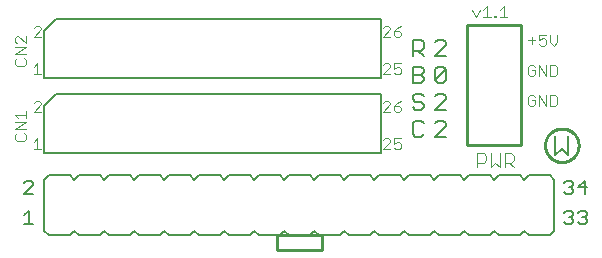
<source format=gto>
G75*
%MOIN*%
%OFA0B0*%
%FSLAX25Y25*%
%IPPOS*%
%LPD*%
%AMOC8*
5,1,8,0,0,1.08239X$1,22.5*
%
%ADD10C,0.00300*%
%ADD11C,0.00400*%
%ADD12C,0.01000*%
%ADD13C,0.00500*%
%ADD14C,0.00600*%
%ADD15C,0.00800*%
D10*
X0010467Y0035150D02*
X0012936Y0035150D01*
X0011701Y0035150D02*
X0011701Y0038853D01*
X0010467Y0037619D01*
X0007850Y0038718D02*
X0007850Y0039952D01*
X0007233Y0040569D01*
X0007850Y0041784D02*
X0004147Y0041784D01*
X0007850Y0044252D01*
X0004147Y0044252D01*
X0005381Y0045467D02*
X0004147Y0046701D01*
X0007850Y0046701D01*
X0007850Y0045467D02*
X0007850Y0047936D01*
X0010467Y0047650D02*
X0012936Y0050119D01*
X0012936Y0050736D01*
X0012318Y0051353D01*
X0011084Y0051353D01*
X0010467Y0050736D01*
X0010467Y0047650D02*
X0012936Y0047650D01*
X0004764Y0040569D02*
X0004147Y0039952D01*
X0004147Y0038718D01*
X0004764Y0038101D01*
X0007233Y0038101D01*
X0007850Y0038718D01*
X0010467Y0060150D02*
X0012936Y0060150D01*
X0011701Y0060150D02*
X0011701Y0063853D01*
X0010467Y0062619D01*
X0007850Y0063718D02*
X0007850Y0064952D01*
X0007233Y0065569D01*
X0004764Y0065569D02*
X0004147Y0064952D01*
X0004147Y0063718D01*
X0004764Y0063101D01*
X0007233Y0063101D01*
X0007850Y0063718D01*
X0007850Y0066784D02*
X0004147Y0066784D01*
X0007850Y0069252D01*
X0004147Y0069252D01*
X0004764Y0070467D02*
X0004147Y0071084D01*
X0004147Y0072318D01*
X0004764Y0072936D01*
X0005381Y0072936D01*
X0007850Y0070467D01*
X0007850Y0072936D01*
X0010467Y0072650D02*
X0012936Y0075119D01*
X0012936Y0075736D01*
X0012318Y0076353D01*
X0011084Y0076353D01*
X0010467Y0075736D01*
X0010467Y0072650D02*
X0012936Y0072650D01*
X0126784Y0072650D02*
X0129252Y0075119D01*
X0129252Y0075736D01*
X0128635Y0076353D01*
X0127401Y0076353D01*
X0126784Y0075736D01*
X0130467Y0074502D02*
X0132318Y0074502D01*
X0132936Y0073884D01*
X0132936Y0073267D01*
X0132318Y0072650D01*
X0131084Y0072650D01*
X0130467Y0073267D01*
X0130467Y0074502D01*
X0131701Y0075736D01*
X0132936Y0076353D01*
X0129252Y0072650D02*
X0126784Y0072650D01*
X0127401Y0063853D02*
X0126784Y0063236D01*
X0127401Y0063853D02*
X0128635Y0063853D01*
X0129252Y0063236D01*
X0129252Y0062619D01*
X0126784Y0060150D01*
X0129252Y0060150D01*
X0130467Y0060767D02*
X0131084Y0060150D01*
X0132318Y0060150D01*
X0132936Y0060767D01*
X0132936Y0062002D01*
X0132318Y0062619D01*
X0131701Y0062619D01*
X0130467Y0062002D01*
X0130467Y0063853D01*
X0132936Y0063853D01*
X0132936Y0051353D02*
X0131701Y0050736D01*
X0130467Y0049502D01*
X0132318Y0049502D01*
X0132936Y0048884D01*
X0132936Y0048267D01*
X0132318Y0047650D01*
X0131084Y0047650D01*
X0130467Y0048267D01*
X0130467Y0049502D01*
X0129252Y0050119D02*
X0129252Y0050736D01*
X0128635Y0051353D01*
X0127401Y0051353D01*
X0126784Y0050736D01*
X0129252Y0050119D02*
X0126784Y0047650D01*
X0129252Y0047650D01*
X0128635Y0038853D02*
X0127401Y0038853D01*
X0126784Y0038236D01*
X0128635Y0038853D02*
X0129252Y0038236D01*
X0129252Y0037619D01*
X0126784Y0035150D01*
X0129252Y0035150D01*
X0130467Y0035767D02*
X0131084Y0035150D01*
X0132318Y0035150D01*
X0132936Y0035767D01*
X0132936Y0037002D01*
X0132318Y0037619D01*
X0131701Y0037619D01*
X0130467Y0037002D01*
X0130467Y0038853D01*
X0132936Y0038853D01*
X0175150Y0050267D02*
X0175767Y0049650D01*
X0177002Y0049650D01*
X0177619Y0050267D01*
X0177619Y0051502D01*
X0176384Y0051502D01*
X0175150Y0052736D02*
X0175150Y0050267D01*
X0178833Y0049650D02*
X0178833Y0053353D01*
X0181302Y0049650D01*
X0181302Y0053353D01*
X0182516Y0053353D02*
X0184368Y0053353D01*
X0184985Y0052736D01*
X0184985Y0050267D01*
X0184368Y0049650D01*
X0182516Y0049650D01*
X0182516Y0053353D01*
X0177619Y0052736D02*
X0177002Y0053353D01*
X0175767Y0053353D01*
X0175150Y0052736D01*
X0175767Y0059650D02*
X0177002Y0059650D01*
X0177619Y0060267D01*
X0177619Y0061502D01*
X0176384Y0061502D01*
X0175150Y0062736D02*
X0175150Y0060267D01*
X0175767Y0059650D01*
X0178833Y0059650D02*
X0178833Y0063353D01*
X0181302Y0059650D01*
X0181302Y0063353D01*
X0182516Y0063353D02*
X0184368Y0063353D01*
X0184985Y0062736D01*
X0184985Y0060267D01*
X0184368Y0059650D01*
X0182516Y0059650D01*
X0182516Y0063353D01*
X0177619Y0062736D02*
X0177002Y0063353D01*
X0175767Y0063353D01*
X0175150Y0062736D01*
X0179450Y0069650D02*
X0178833Y0070267D01*
X0179450Y0069650D02*
X0180685Y0069650D01*
X0181302Y0070267D01*
X0181302Y0071502D01*
X0180685Y0072119D01*
X0180068Y0072119D01*
X0178833Y0071502D01*
X0178833Y0073353D01*
X0181302Y0073353D01*
X0182516Y0073353D02*
X0182516Y0070884D01*
X0183751Y0069650D01*
X0184985Y0070884D01*
X0184985Y0073353D01*
X0177619Y0071502D02*
X0175150Y0071502D01*
X0176384Y0072736D02*
X0176384Y0070267D01*
X0168327Y0079150D02*
X0165858Y0079150D01*
X0164633Y0079150D02*
X0164016Y0079150D01*
X0164016Y0079767D01*
X0164633Y0079767D01*
X0164633Y0079150D01*
X0162802Y0079150D02*
X0160333Y0079150D01*
X0161568Y0079150D02*
X0161568Y0082853D01*
X0160333Y0081619D01*
X0159119Y0081619D02*
X0157884Y0079150D01*
X0156650Y0081619D01*
X0165858Y0081619D02*
X0167092Y0082853D01*
X0167092Y0079150D01*
D11*
X0167408Y0033804D02*
X0169710Y0033804D01*
X0170477Y0033037D01*
X0170477Y0031502D01*
X0169710Y0030735D01*
X0167408Y0030735D01*
X0168942Y0030735D02*
X0170477Y0029200D01*
X0167408Y0029200D02*
X0167408Y0033804D01*
X0165873Y0033804D02*
X0165873Y0029200D01*
X0164339Y0030735D01*
X0162804Y0029200D01*
X0162804Y0033804D01*
X0161269Y0033037D02*
X0161269Y0031502D01*
X0160502Y0030735D01*
X0158200Y0030735D01*
X0158200Y0029200D02*
X0158200Y0033804D01*
X0160502Y0033804D01*
X0161269Y0033037D01*
D12*
X0155000Y0036500D02*
X0155000Y0076500D01*
X0173000Y0076500D01*
X0173000Y0036500D01*
X0155000Y0036500D01*
X0180910Y0036500D02*
X0180912Y0036649D01*
X0180918Y0036799D01*
X0180928Y0036948D01*
X0180942Y0037097D01*
X0180960Y0037245D01*
X0180982Y0037393D01*
X0181008Y0037540D01*
X0181037Y0037687D01*
X0181071Y0037832D01*
X0181109Y0037977D01*
X0181150Y0038120D01*
X0181195Y0038263D01*
X0181244Y0038404D01*
X0181297Y0038544D01*
X0181354Y0038682D01*
X0181414Y0038819D01*
X0181478Y0038954D01*
X0181545Y0039088D01*
X0181616Y0039219D01*
X0181690Y0039349D01*
X0181768Y0039476D01*
X0181849Y0039602D01*
X0181934Y0039725D01*
X0182022Y0039846D01*
X0182113Y0039964D01*
X0182207Y0040080D01*
X0182304Y0040194D01*
X0182405Y0040305D01*
X0182508Y0040413D01*
X0182614Y0040518D01*
X0182723Y0040621D01*
X0182834Y0040720D01*
X0182948Y0040817D01*
X0183065Y0040910D01*
X0183184Y0041000D01*
X0183306Y0041087D01*
X0183429Y0041171D01*
X0183555Y0041252D01*
X0183683Y0041329D01*
X0183814Y0041402D01*
X0183946Y0041472D01*
X0184079Y0041539D01*
X0184215Y0041602D01*
X0184352Y0041661D01*
X0184491Y0041716D01*
X0184631Y0041768D01*
X0184773Y0041816D01*
X0184915Y0041861D01*
X0185059Y0041901D01*
X0185204Y0041938D01*
X0185350Y0041970D01*
X0185497Y0041999D01*
X0185644Y0042024D01*
X0185792Y0042045D01*
X0185940Y0042062D01*
X0186089Y0042075D01*
X0186239Y0042084D01*
X0186388Y0042089D01*
X0186537Y0042090D01*
X0186687Y0042087D01*
X0186836Y0042080D01*
X0186985Y0042069D01*
X0187134Y0042054D01*
X0187282Y0042035D01*
X0187430Y0042012D01*
X0187577Y0041985D01*
X0187723Y0041955D01*
X0187868Y0041920D01*
X0188013Y0041881D01*
X0188156Y0041839D01*
X0188298Y0041793D01*
X0188439Y0041743D01*
X0188579Y0041689D01*
X0188717Y0041632D01*
X0188853Y0041571D01*
X0188988Y0041506D01*
X0189121Y0041438D01*
X0189252Y0041366D01*
X0189381Y0041290D01*
X0189508Y0041212D01*
X0189633Y0041130D01*
X0189755Y0041044D01*
X0189876Y0040956D01*
X0189994Y0040864D01*
X0190109Y0040769D01*
X0190222Y0040671D01*
X0190332Y0040570D01*
X0190439Y0040466D01*
X0190544Y0040359D01*
X0190646Y0040250D01*
X0190745Y0040138D01*
X0190840Y0040023D01*
X0190933Y0039905D01*
X0191022Y0039786D01*
X0191109Y0039664D01*
X0191192Y0039539D01*
X0191271Y0039413D01*
X0191347Y0039284D01*
X0191420Y0039154D01*
X0191489Y0039021D01*
X0191555Y0038887D01*
X0191617Y0038751D01*
X0191675Y0038613D01*
X0191730Y0038474D01*
X0191781Y0038334D01*
X0191828Y0038192D01*
X0191871Y0038049D01*
X0191911Y0037905D01*
X0191946Y0037759D01*
X0191978Y0037613D01*
X0192006Y0037467D01*
X0192030Y0037319D01*
X0192050Y0037171D01*
X0192066Y0037022D01*
X0192078Y0036873D01*
X0192086Y0036724D01*
X0192090Y0036575D01*
X0192090Y0036425D01*
X0192086Y0036276D01*
X0192078Y0036127D01*
X0192066Y0035978D01*
X0192050Y0035829D01*
X0192030Y0035681D01*
X0192006Y0035533D01*
X0191978Y0035387D01*
X0191946Y0035241D01*
X0191911Y0035095D01*
X0191871Y0034951D01*
X0191828Y0034808D01*
X0191781Y0034666D01*
X0191730Y0034526D01*
X0191675Y0034387D01*
X0191617Y0034249D01*
X0191555Y0034113D01*
X0191489Y0033979D01*
X0191420Y0033846D01*
X0191347Y0033716D01*
X0191271Y0033587D01*
X0191192Y0033461D01*
X0191109Y0033336D01*
X0191022Y0033214D01*
X0190933Y0033095D01*
X0190840Y0032977D01*
X0190745Y0032862D01*
X0190646Y0032750D01*
X0190544Y0032641D01*
X0190439Y0032534D01*
X0190332Y0032430D01*
X0190222Y0032329D01*
X0190109Y0032231D01*
X0189994Y0032136D01*
X0189876Y0032044D01*
X0189755Y0031956D01*
X0189633Y0031870D01*
X0189508Y0031788D01*
X0189381Y0031710D01*
X0189252Y0031634D01*
X0189121Y0031562D01*
X0188988Y0031494D01*
X0188853Y0031429D01*
X0188717Y0031368D01*
X0188579Y0031311D01*
X0188439Y0031257D01*
X0188298Y0031207D01*
X0188156Y0031161D01*
X0188013Y0031119D01*
X0187868Y0031080D01*
X0187723Y0031045D01*
X0187577Y0031015D01*
X0187430Y0030988D01*
X0187282Y0030965D01*
X0187134Y0030946D01*
X0186985Y0030931D01*
X0186836Y0030920D01*
X0186687Y0030913D01*
X0186537Y0030910D01*
X0186388Y0030911D01*
X0186239Y0030916D01*
X0186089Y0030925D01*
X0185940Y0030938D01*
X0185792Y0030955D01*
X0185644Y0030976D01*
X0185497Y0031001D01*
X0185350Y0031030D01*
X0185204Y0031062D01*
X0185059Y0031099D01*
X0184915Y0031139D01*
X0184773Y0031184D01*
X0184631Y0031232D01*
X0184491Y0031284D01*
X0184352Y0031339D01*
X0184215Y0031398D01*
X0184079Y0031461D01*
X0183946Y0031528D01*
X0183814Y0031598D01*
X0183683Y0031671D01*
X0183555Y0031748D01*
X0183429Y0031829D01*
X0183306Y0031913D01*
X0183184Y0032000D01*
X0183065Y0032090D01*
X0182948Y0032183D01*
X0182834Y0032280D01*
X0182723Y0032379D01*
X0182614Y0032482D01*
X0182508Y0032587D01*
X0182405Y0032695D01*
X0182304Y0032806D01*
X0182207Y0032920D01*
X0182113Y0033036D01*
X0182022Y0033154D01*
X0181934Y0033275D01*
X0181849Y0033398D01*
X0181768Y0033524D01*
X0181690Y0033651D01*
X0181616Y0033781D01*
X0181545Y0033912D01*
X0181478Y0034046D01*
X0181414Y0034181D01*
X0181354Y0034318D01*
X0181297Y0034456D01*
X0181244Y0034596D01*
X0181195Y0034737D01*
X0181150Y0034880D01*
X0181109Y0035023D01*
X0181071Y0035168D01*
X0181037Y0035313D01*
X0181008Y0035460D01*
X0180982Y0035607D01*
X0180960Y0035755D01*
X0180942Y0035903D01*
X0180928Y0036052D01*
X0180918Y0036201D01*
X0180912Y0036351D01*
X0180910Y0036500D01*
X0106500Y0006500D02*
X0106500Y0001500D01*
X0091500Y0001500D01*
X0091500Y0006500D01*
X0106500Y0006500D01*
D13*
X0126205Y0034000D02*
X0014000Y0034000D01*
X0014000Y0049748D01*
X0017937Y0053685D01*
X0126205Y0053685D01*
X0126205Y0034000D01*
X0136750Y0040167D02*
X0137667Y0039250D01*
X0139502Y0039250D01*
X0140420Y0040167D01*
X0136750Y0040167D02*
X0136750Y0043837D01*
X0137667Y0044755D01*
X0139502Y0044755D01*
X0140420Y0043837D01*
X0144250Y0043837D02*
X0145167Y0044755D01*
X0147002Y0044755D01*
X0147920Y0043837D01*
X0147920Y0042920D01*
X0144250Y0039250D01*
X0147920Y0039250D01*
X0147920Y0048250D02*
X0144250Y0048250D01*
X0147920Y0051920D01*
X0147920Y0052837D01*
X0147002Y0053755D01*
X0145167Y0053755D01*
X0144250Y0052837D01*
X0140420Y0052837D02*
X0139502Y0053755D01*
X0137667Y0053755D01*
X0136750Y0052837D01*
X0136750Y0051920D01*
X0137667Y0051002D01*
X0139502Y0051002D01*
X0140420Y0050085D01*
X0140420Y0049167D01*
X0139502Y0048250D01*
X0137667Y0048250D01*
X0136750Y0049167D01*
X0136750Y0057250D02*
X0139502Y0057250D01*
X0140420Y0058167D01*
X0140420Y0059085D01*
X0139502Y0060002D01*
X0136750Y0060002D01*
X0139502Y0060002D02*
X0140420Y0060920D01*
X0140420Y0061837D01*
X0139502Y0062755D01*
X0136750Y0062755D01*
X0136750Y0057250D01*
X0144250Y0058167D02*
X0145167Y0057250D01*
X0147002Y0057250D01*
X0147920Y0058167D01*
X0147920Y0061837D01*
X0144250Y0058167D01*
X0144250Y0061837D01*
X0145167Y0062755D01*
X0147002Y0062755D01*
X0147920Y0061837D01*
X0147920Y0066250D02*
X0144250Y0066250D01*
X0147920Y0069920D01*
X0147920Y0070837D01*
X0147002Y0071755D01*
X0145167Y0071755D01*
X0144250Y0070837D01*
X0140420Y0070837D02*
X0140420Y0069002D01*
X0139502Y0068085D01*
X0136750Y0068085D01*
X0138585Y0068085D02*
X0140420Y0066250D01*
X0136750Y0066250D02*
X0136750Y0071755D01*
X0139502Y0071755D01*
X0140420Y0070837D01*
X0126205Y0078685D02*
X0126205Y0059000D01*
X0014000Y0059000D01*
X0014000Y0074748D01*
X0017937Y0078685D01*
X0126205Y0078685D01*
X0187250Y0024003D02*
X0188001Y0024754D01*
X0189502Y0024754D01*
X0190253Y0024003D01*
X0190253Y0023253D01*
X0189502Y0022502D01*
X0190253Y0021751D01*
X0190253Y0021001D01*
X0189502Y0020250D01*
X0188001Y0020250D01*
X0187250Y0021001D01*
X0188751Y0022502D02*
X0189502Y0022502D01*
X0191854Y0022502D02*
X0194856Y0022502D01*
X0194106Y0024754D02*
X0191854Y0022502D01*
X0194106Y0020250D02*
X0194106Y0024754D01*
X0194106Y0014754D02*
X0192605Y0014754D01*
X0191854Y0014003D01*
X0190253Y0014003D02*
X0190253Y0013253D01*
X0189502Y0012502D01*
X0190253Y0011751D01*
X0190253Y0011001D01*
X0189502Y0010250D01*
X0188001Y0010250D01*
X0187250Y0011001D01*
X0188751Y0012502D02*
X0189502Y0012502D01*
X0190253Y0014003D02*
X0189502Y0014754D01*
X0188001Y0014754D01*
X0187250Y0014003D01*
X0193355Y0012502D02*
X0194106Y0012502D01*
X0194856Y0011751D01*
X0194856Y0011001D01*
X0194106Y0010250D01*
X0192605Y0010250D01*
X0191854Y0011001D01*
X0194106Y0012502D02*
X0194856Y0013253D01*
X0194856Y0014003D01*
X0194106Y0014754D01*
X0010253Y0010250D02*
X0007250Y0010250D01*
X0008751Y0010250D02*
X0008751Y0014754D01*
X0007250Y0013253D01*
X0007250Y0020250D02*
X0010253Y0023253D01*
X0010253Y0024003D01*
X0009502Y0024754D01*
X0008001Y0024754D01*
X0007250Y0024003D01*
X0007250Y0020250D02*
X0010253Y0020250D01*
D14*
X0014000Y0008000D02*
X0015500Y0006500D01*
X0022500Y0006500D01*
X0024000Y0008000D01*
X0025500Y0006500D01*
X0032500Y0006500D01*
X0034000Y0008000D01*
X0035500Y0006500D01*
X0042500Y0006500D01*
X0044000Y0008000D01*
X0045500Y0006500D01*
X0052500Y0006500D01*
X0054000Y0008000D01*
X0055500Y0006500D01*
X0062500Y0006500D01*
X0064000Y0008000D01*
X0065500Y0006500D01*
X0072500Y0006500D01*
X0074000Y0008000D01*
X0075500Y0006500D01*
X0082500Y0006500D01*
X0084000Y0008000D01*
X0085500Y0006500D01*
X0092500Y0006500D01*
X0094000Y0008000D01*
X0095500Y0006500D01*
X0102500Y0006500D01*
X0104000Y0008000D01*
X0105500Y0006500D01*
X0112500Y0006500D01*
X0114000Y0008000D01*
X0115500Y0006500D01*
X0122500Y0006500D01*
X0124000Y0008000D01*
X0125500Y0006500D01*
X0132500Y0006500D01*
X0134000Y0008000D01*
X0135500Y0006500D01*
X0142500Y0006500D01*
X0144000Y0008000D01*
X0145500Y0006500D01*
X0152500Y0006500D01*
X0154000Y0008000D01*
X0155500Y0006500D01*
X0162500Y0006500D01*
X0164000Y0008000D01*
X0165500Y0006500D01*
X0172500Y0006500D01*
X0174000Y0008000D01*
X0175500Y0006500D01*
X0182500Y0006500D01*
X0184000Y0008000D01*
X0184000Y0025000D01*
X0182500Y0026500D01*
X0175500Y0026500D01*
X0174000Y0025000D01*
X0172500Y0026500D01*
X0165500Y0026500D01*
X0164000Y0025000D01*
X0162500Y0026500D01*
X0155500Y0026500D01*
X0154000Y0025000D01*
X0152500Y0026500D01*
X0145500Y0026500D01*
X0144000Y0025000D01*
X0142500Y0026500D01*
X0135500Y0026500D01*
X0134000Y0025000D01*
X0132500Y0026500D01*
X0125500Y0026500D01*
X0124000Y0025000D01*
X0122500Y0026500D01*
X0115500Y0026500D01*
X0114000Y0025000D01*
X0112500Y0026500D01*
X0105500Y0026500D01*
X0104000Y0025000D01*
X0102500Y0026500D01*
X0095500Y0026500D01*
X0094000Y0025000D01*
X0092500Y0026500D01*
X0085500Y0026500D01*
X0084000Y0025000D01*
X0082500Y0026500D01*
X0075500Y0026500D01*
X0074000Y0025000D01*
X0072500Y0026500D01*
X0065500Y0026500D01*
X0064000Y0025000D01*
X0062500Y0026500D01*
X0055500Y0026500D01*
X0054000Y0025000D01*
X0052500Y0026500D01*
X0045500Y0026500D01*
X0044000Y0025000D01*
X0042500Y0026500D01*
X0035500Y0026500D01*
X0034000Y0025000D01*
X0032500Y0026500D01*
X0025500Y0026500D01*
X0024000Y0025000D01*
X0022500Y0026500D01*
X0015500Y0026500D01*
X0014000Y0025000D01*
X0014000Y0008000D01*
X0184300Y0033300D02*
X0186435Y0035435D01*
X0188570Y0033300D01*
X0188570Y0039705D01*
X0184300Y0039705D02*
X0184300Y0033300D01*
D15*
X0166500Y0036500D02*
X0161500Y0036500D01*
X0161500Y0076500D02*
X0166500Y0076500D01*
M02*

</source>
